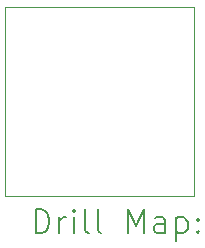
<source format=gbr>
%TF.GenerationSoftware,KiCad,Pcbnew,7.0.8*%
%TF.CreationDate,2024-01-16T20:57:40+00:00*%
%TF.ProjectId,RadioModule,52616469-6f4d-46f6-9475-6c652e6b6963,rev?*%
%TF.SameCoordinates,Original*%
%TF.FileFunction,Drillmap*%
%TF.FilePolarity,Positive*%
%FSLAX45Y45*%
G04 Gerber Fmt 4.5, Leading zero omitted, Abs format (unit mm)*
G04 Created by KiCad (PCBNEW 7.0.8) date 2024-01-16 20:57:40*
%MOMM*%
%LPD*%
G01*
G04 APERTURE LIST*
%ADD10C,0.100000*%
%ADD11C,0.200000*%
G04 APERTURE END LIST*
D10*
X9000000Y-7000000D02*
X10599000Y-7000000D01*
X10599000Y-8601000D01*
X9000000Y-8601000D01*
X9000000Y-7000000D01*
D11*
X9255777Y-8917484D02*
X9255777Y-8717484D01*
X9255777Y-8717484D02*
X9303396Y-8717484D01*
X9303396Y-8717484D02*
X9331967Y-8727008D01*
X9331967Y-8727008D02*
X9351015Y-8746055D01*
X9351015Y-8746055D02*
X9360539Y-8765103D01*
X9360539Y-8765103D02*
X9370063Y-8803198D01*
X9370063Y-8803198D02*
X9370063Y-8831770D01*
X9370063Y-8831770D02*
X9360539Y-8869865D01*
X9360539Y-8869865D02*
X9351015Y-8888912D01*
X9351015Y-8888912D02*
X9331967Y-8907960D01*
X9331967Y-8907960D02*
X9303396Y-8917484D01*
X9303396Y-8917484D02*
X9255777Y-8917484D01*
X9455777Y-8917484D02*
X9455777Y-8784150D01*
X9455777Y-8822246D02*
X9465301Y-8803198D01*
X9465301Y-8803198D02*
X9474824Y-8793674D01*
X9474824Y-8793674D02*
X9493872Y-8784150D01*
X9493872Y-8784150D02*
X9512920Y-8784150D01*
X9579586Y-8917484D02*
X9579586Y-8784150D01*
X9579586Y-8717484D02*
X9570063Y-8727008D01*
X9570063Y-8727008D02*
X9579586Y-8736531D01*
X9579586Y-8736531D02*
X9589110Y-8727008D01*
X9589110Y-8727008D02*
X9579586Y-8717484D01*
X9579586Y-8717484D02*
X9579586Y-8736531D01*
X9703396Y-8917484D02*
X9684348Y-8907960D01*
X9684348Y-8907960D02*
X9674824Y-8888912D01*
X9674824Y-8888912D02*
X9674824Y-8717484D01*
X9808158Y-8917484D02*
X9789110Y-8907960D01*
X9789110Y-8907960D02*
X9779586Y-8888912D01*
X9779586Y-8888912D02*
X9779586Y-8717484D01*
X10036729Y-8917484D02*
X10036729Y-8717484D01*
X10036729Y-8717484D02*
X10103396Y-8860341D01*
X10103396Y-8860341D02*
X10170063Y-8717484D01*
X10170063Y-8717484D02*
X10170063Y-8917484D01*
X10351015Y-8917484D02*
X10351015Y-8812722D01*
X10351015Y-8812722D02*
X10341491Y-8793674D01*
X10341491Y-8793674D02*
X10322444Y-8784150D01*
X10322444Y-8784150D02*
X10284348Y-8784150D01*
X10284348Y-8784150D02*
X10265301Y-8793674D01*
X10351015Y-8907960D02*
X10331967Y-8917484D01*
X10331967Y-8917484D02*
X10284348Y-8917484D01*
X10284348Y-8917484D02*
X10265301Y-8907960D01*
X10265301Y-8907960D02*
X10255777Y-8888912D01*
X10255777Y-8888912D02*
X10255777Y-8869865D01*
X10255777Y-8869865D02*
X10265301Y-8850817D01*
X10265301Y-8850817D02*
X10284348Y-8841293D01*
X10284348Y-8841293D02*
X10331967Y-8841293D01*
X10331967Y-8841293D02*
X10351015Y-8831770D01*
X10446253Y-8784150D02*
X10446253Y-8984150D01*
X10446253Y-8793674D02*
X10465301Y-8784150D01*
X10465301Y-8784150D02*
X10503396Y-8784150D01*
X10503396Y-8784150D02*
X10522444Y-8793674D01*
X10522444Y-8793674D02*
X10531967Y-8803198D01*
X10531967Y-8803198D02*
X10541491Y-8822246D01*
X10541491Y-8822246D02*
X10541491Y-8879389D01*
X10541491Y-8879389D02*
X10531967Y-8898436D01*
X10531967Y-8898436D02*
X10522444Y-8907960D01*
X10522444Y-8907960D02*
X10503396Y-8917484D01*
X10503396Y-8917484D02*
X10465301Y-8917484D01*
X10465301Y-8917484D02*
X10446253Y-8907960D01*
X10627205Y-8898436D02*
X10636729Y-8907960D01*
X10636729Y-8907960D02*
X10627205Y-8917484D01*
X10627205Y-8917484D02*
X10617682Y-8907960D01*
X10617682Y-8907960D02*
X10627205Y-8898436D01*
X10627205Y-8898436D02*
X10627205Y-8917484D01*
X10627205Y-8793674D02*
X10636729Y-8803198D01*
X10636729Y-8803198D02*
X10627205Y-8812722D01*
X10627205Y-8812722D02*
X10617682Y-8803198D01*
X10617682Y-8803198D02*
X10627205Y-8793674D01*
X10627205Y-8793674D02*
X10627205Y-8812722D01*
M02*

</source>
